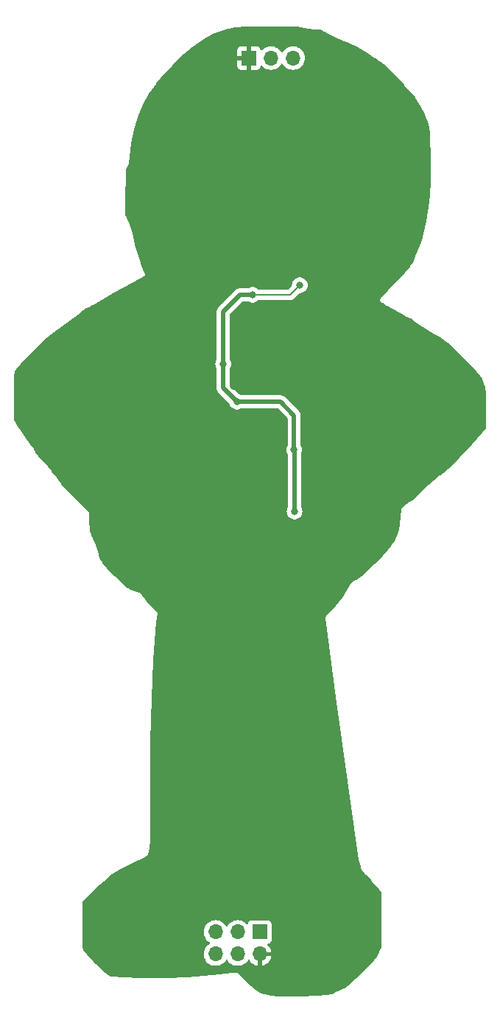
<source format=gbl>
G04 #@! TF.GenerationSoftware,KiCad,Pcbnew,7.0.2*
G04 #@! TF.CreationDate,2023-05-27T23:51:10-07:00*
G04 #@! TF.ProjectId,meeseeks-sao,6d656573-6565-46b7-932d-73616f2e6b69,rev?*
G04 #@! TF.SameCoordinates,Original*
G04 #@! TF.FileFunction,Copper,L2,Bot*
G04 #@! TF.FilePolarity,Positive*
%FSLAX46Y46*%
G04 Gerber Fmt 4.6, Leading zero omitted, Abs format (unit mm)*
G04 Created by KiCad (PCBNEW 7.0.2) date 2023-05-27 23:51:10*
%MOMM*%
%LPD*%
G01*
G04 APERTURE LIST*
G04 #@! TA.AperFunction,ComponentPad*
%ADD10R,1.700000X1.700000*%
G04 #@! TD*
G04 #@! TA.AperFunction,ComponentPad*
%ADD11O,1.700000X1.700000*%
G04 #@! TD*
G04 #@! TA.AperFunction,ViaPad*
%ADD12C,0.800000*%
G04 #@! TD*
G04 #@! TA.AperFunction,Conductor*
%ADD13C,0.200000*%
G04 #@! TD*
G04 #@! TA.AperFunction,Conductor*
%ADD14C,0.500000*%
G04 #@! TD*
G04 APERTURE END LIST*
D10*
X147550000Y-32250000D03*
D11*
X150090000Y-32250000D03*
X152630000Y-32250000D03*
D10*
X148800000Y-132650000D03*
D11*
X148800000Y-135190000D03*
X146260000Y-132650000D03*
X146260000Y-135190000D03*
X143720000Y-132650000D03*
X143720000Y-135190000D03*
D12*
X153400000Y-58350000D03*
X159900499Y-64099501D03*
X159900499Y-62499501D03*
X159900499Y-60949501D03*
X159900499Y-59399501D03*
X148800499Y-67049501D03*
X152755877Y-77254879D03*
X146200499Y-71749501D03*
X144600499Y-67399501D03*
X152800499Y-84350000D03*
X147965999Y-59449501D03*
X158000499Y-71999501D03*
X146200499Y-63249501D03*
X151700499Y-61849501D03*
X145800499Y-69949501D03*
X150950499Y-79749501D03*
X143300499Y-80549501D03*
X144350499Y-80549501D03*
X150900499Y-74799501D03*
X148300499Y-73649501D03*
X144250499Y-71774501D03*
X142700499Y-71749501D03*
D13*
X147965999Y-59449501D02*
X152300499Y-59449501D01*
X152300499Y-59449501D02*
X153400000Y-58350000D01*
D14*
X152755877Y-77254879D02*
X152800499Y-77299501D01*
X152800499Y-77299501D02*
X152800499Y-84350000D01*
X152755877Y-73304879D02*
X152755877Y-77254879D01*
X151200499Y-71749501D02*
X152755877Y-73304879D01*
X146200499Y-71749501D02*
X151200499Y-71749501D01*
X144600499Y-61399501D02*
X146550499Y-59449501D01*
X144600499Y-67399501D02*
X144600499Y-61399501D01*
X146550499Y-59449501D02*
X147965999Y-59449501D01*
X144600499Y-67399501D02*
X144600499Y-70149501D01*
X144600499Y-70149501D02*
X146200499Y-71749501D01*
G04 #@! TA.AperFunction,Conductor*
G36*
X152256649Y-28638716D02*
G01*
X152262667Y-28638908D01*
X153010270Y-28681335D01*
X153018880Y-28682127D01*
X153574598Y-28752983D01*
X154377569Y-28864416D01*
X154382400Y-28865915D01*
X154394001Y-28866902D01*
X154401672Y-28867796D01*
X154416679Y-28870020D01*
X154421993Y-28869491D01*
X155187491Y-28941154D01*
X155845601Y-29015245D01*
X155880900Y-29024635D01*
X156034836Y-29091139D01*
X156061560Y-29106915D01*
X156203047Y-29216437D01*
X156208551Y-29222179D01*
X156212050Y-29224324D01*
X156223027Y-29231892D01*
X156225962Y-29234157D01*
X156233100Y-29237231D01*
X156658909Y-29498379D01*
X156665901Y-29504006D01*
X156679170Y-29510935D01*
X156687701Y-29513410D01*
X157361315Y-29809843D01*
X157363722Y-29811490D01*
X157380842Y-29818493D01*
X157384503Y-29820060D01*
X157402766Y-29828225D01*
X157405650Y-29828800D01*
X157584293Y-29903114D01*
X158757595Y-30391194D01*
X158764207Y-30394174D01*
X158795642Y-30409464D01*
X160044731Y-31017027D01*
X160052009Y-31020873D01*
X161183372Y-31667584D01*
X161192527Y-31673363D01*
X162023081Y-32249999D01*
X162113556Y-32312814D01*
X162113795Y-32313013D01*
X162530856Y-32601061D01*
X162537669Y-32607040D01*
X162547734Y-32612894D01*
X162556252Y-32615831D01*
X162782494Y-32725432D01*
X162805543Y-32739919D01*
X163027969Y-32916545D01*
X163230599Y-33077450D01*
X163238430Y-33084219D01*
X163303101Y-33145030D01*
X164061205Y-33857883D01*
X164064087Y-33860683D01*
X164860172Y-34659411D01*
X164867038Y-34666888D01*
X165220214Y-35084616D01*
X165225555Y-35091399D01*
X165411283Y-35344948D01*
X165414735Y-35351535D01*
X165418621Y-35355887D01*
X165425735Y-35364624D01*
X165428722Y-35368654D01*
X165434264Y-35373281D01*
X165902457Y-35892648D01*
X165905511Y-35896166D01*
X166663627Y-36803486D01*
X166671808Y-36814454D01*
X167294400Y-37753114D01*
X167301758Y-37765772D01*
X167799560Y-38751848D01*
X167805388Y-38765321D01*
X168186795Y-39813257D01*
X168190366Y-39824786D01*
X168302467Y-40260745D01*
X168305720Y-40278910D01*
X168369758Y-40900123D01*
X168370389Y-40910472D01*
X168430775Y-44075087D01*
X168438327Y-46432160D01*
X168438256Y-46436794D01*
X168383899Y-48026230D01*
X168383182Y-48035959D01*
X168232135Y-49368404D01*
X168230990Y-49376254D01*
X167947307Y-50963427D01*
X167946431Y-50967857D01*
X167695115Y-52128255D01*
X167693715Y-52134046D01*
X167420346Y-53156154D01*
X167418171Y-53163394D01*
X167120576Y-54054514D01*
X167117208Y-54063441D01*
X166791686Y-54834939D01*
X166790359Y-54837970D01*
X166512142Y-55451140D01*
X166508533Y-55456949D01*
X166507097Y-55461099D01*
X166503311Y-55470719D01*
X166501031Y-55475870D01*
X166499747Y-55482693D01*
X166393337Y-55796858D01*
X166378064Y-55827340D01*
X166123557Y-56197437D01*
X166113745Y-56209912D01*
X165475082Y-56922863D01*
X165472739Y-56925406D01*
X163551102Y-58953801D01*
X163549074Y-58955394D01*
X163538501Y-58967100D01*
X163538499Y-58967102D01*
X163538443Y-58967164D01*
X163538377Y-58967235D01*
X163538375Y-58967237D01*
X163529109Y-58977205D01*
X163527629Y-58979398D01*
X162736009Y-59875034D01*
X162727810Y-59882790D01*
X162727339Y-59883440D01*
X162722565Y-59893704D01*
X162613591Y-60079563D01*
X162609568Y-60085580D01*
X162609270Y-60087054D01*
X162610667Y-60094174D01*
X162621201Y-60172012D01*
X162621069Y-60174590D01*
X162624300Y-60195221D01*
X162624474Y-60195514D01*
X162641506Y-60208440D01*
X162643686Y-60209471D01*
X162836436Y-60350001D01*
X162891339Y-60390030D01*
X162896715Y-60395258D01*
X162899831Y-60397076D01*
X162911162Y-60404546D01*
X162914772Y-60407220D01*
X162921944Y-60410119D01*
X163408537Y-60698275D01*
X163409688Y-60699168D01*
X163421982Y-60706237D01*
X163421984Y-60706239D01*
X163422024Y-60706262D01*
X163422149Y-60706336D01*
X163422150Y-60706336D01*
X163434537Y-60713669D01*
X163435905Y-60714239D01*
X164959014Y-61589589D01*
X164960926Y-61591281D01*
X164979793Y-61601572D01*
X164982592Y-61603146D01*
X164992339Y-61608795D01*
X164994459Y-61609649D01*
X165620448Y-61954732D01*
X165632206Y-61961214D01*
X165638604Y-61966024D01*
X165640749Y-61966903D01*
X165654215Y-61973395D01*
X165656819Y-61974850D01*
X165664663Y-61976850D01*
X166011822Y-62122123D01*
X166011823Y-62122123D01*
X166011933Y-62122168D01*
X166034230Y-62131499D01*
X166034628Y-62131579D01*
X166111324Y-62163379D01*
X166180072Y-62191884D01*
X166208447Y-62208347D01*
X166414237Y-62367543D01*
X166415920Y-62369437D01*
X166431743Y-62381122D01*
X166433800Y-62382674D01*
X166441983Y-62388984D01*
X166444042Y-62390170D01*
X166944467Y-62758213D01*
X166948208Y-62762006D01*
X166957312Y-62767929D01*
X166963543Y-62772260D01*
X166965662Y-62773831D01*
X166969484Y-62775892D01*
X167845868Y-63350292D01*
X167848255Y-63352585D01*
X167863599Y-63361990D01*
X167867195Y-63364281D01*
X167881274Y-63373591D01*
X167884417Y-63374829D01*
X168796521Y-63937652D01*
X168800410Y-63941141D01*
X168812460Y-63947714D01*
X168818693Y-63951353D01*
X168830315Y-63958599D01*
X168835096Y-63960234D01*
X169475431Y-64315180D01*
X169483231Y-64319887D01*
X169837496Y-64551804D01*
X169847518Y-64559108D01*
X170390577Y-64998185D01*
X170395688Y-65002551D01*
X171480071Y-65981110D01*
X171801419Y-66271097D01*
X171805440Y-66274891D01*
X173135708Y-67587757D01*
X173203372Y-67654536D01*
X173207289Y-67658582D01*
X173275990Y-67732842D01*
X173742550Y-68237159D01*
X173748016Y-68243482D01*
X174088065Y-68664775D01*
X174098683Y-68680179D01*
X174130396Y-68734561D01*
X174368217Y-69142391D01*
X174376210Y-69158752D01*
X174548881Y-69589885D01*
X174552445Y-69600040D01*
X174640641Y-69891198D01*
X174643036Y-69902682D01*
X174649627Y-69912455D01*
X174717582Y-70037773D01*
X174732179Y-70086955D01*
X174786867Y-70767878D01*
X174787252Y-70776032D01*
X174810716Y-72417340D01*
X174810716Y-74685591D01*
X174791031Y-74752630D01*
X174783691Y-74762867D01*
X174355408Y-75300318D01*
X174352194Y-75304188D01*
X173209524Y-76624471D01*
X173206474Y-76627867D01*
X171781276Y-78157026D01*
X171778596Y-78159813D01*
X170525391Y-79423070D01*
X170520991Y-79427292D01*
X170107611Y-79804905D01*
X170093498Y-79816033D01*
X169891571Y-79952744D01*
X169525618Y-80194823D01*
X169519049Y-80198021D01*
X169516457Y-80200151D01*
X169506948Y-80207228D01*
X169503935Y-80209253D01*
X169498959Y-80214683D01*
X168763069Y-80828193D01*
X168760505Y-80829765D01*
X168750184Y-80838881D01*
X168747981Y-80840781D01*
X168737852Y-80849311D01*
X168735860Y-80851677D01*
X167817293Y-81672993D01*
X167815332Y-81674325D01*
X167804925Y-81684050D01*
X167804924Y-81684051D01*
X167804863Y-81684108D01*
X167804789Y-81684175D01*
X167804788Y-81684176D01*
X167793066Y-81694787D01*
X167791514Y-81696764D01*
X166880799Y-82560289D01*
X166344846Y-83053056D01*
X166331884Y-83063459D01*
X166045898Y-83263011D01*
X166030633Y-83272109D01*
X165840310Y-83367780D01*
X165831364Y-83371208D01*
X165825968Y-83374550D01*
X165818913Y-83381070D01*
X165507246Y-83615078D01*
X165502836Y-83617439D01*
X165493950Y-83624885D01*
X165489838Y-83628185D01*
X165480763Y-83635153D01*
X165477643Y-83638738D01*
X165087966Y-83970376D01*
X165084962Y-83972119D01*
X165070703Y-83985017D01*
X165070570Y-83985286D01*
X165068963Y-84005040D01*
X165069379Y-84008253D01*
X165016954Y-84986837D01*
X165016660Y-84991017D01*
X164947912Y-85776430D01*
X164945725Y-85791159D01*
X164804735Y-86460953D01*
X164799916Y-86477820D01*
X164561782Y-87132106D01*
X164556485Y-87144515D01*
X164194907Y-87878158D01*
X164189746Y-87887577D01*
X163932093Y-88312996D01*
X163923271Y-88325700D01*
X163565317Y-88778101D01*
X163558309Y-88786212D01*
X162970523Y-89409806D01*
X162967538Y-89412865D01*
X162024144Y-90347034D01*
X160489531Y-91810218D01*
X160478066Y-91819895D01*
X160113829Y-92091368D01*
X160089871Y-92105354D01*
X159815531Y-92226653D01*
X159806471Y-92230240D01*
X159563635Y-92315513D01*
X159556993Y-92317439D01*
X159551699Y-92321573D01*
X159387274Y-92436777D01*
X159385172Y-92438190D01*
X159383443Y-92440748D01*
X159242794Y-92638204D01*
X159237381Y-92644088D01*
X159237286Y-92644266D01*
X159229340Y-92657166D01*
X159229259Y-92657280D01*
X159226447Y-92664711D01*
X159041552Y-93014833D01*
X159038751Y-93019850D01*
X158569265Y-93817093D01*
X158560587Y-93829924D01*
X158459384Y-93961076D01*
X158455259Y-93965901D01*
X158453250Y-93971889D01*
X158416841Y-94064829D01*
X158407439Y-94083851D01*
X158326389Y-94217632D01*
X158311759Y-94237151D01*
X158286864Y-94264321D01*
X158099484Y-94468822D01*
X158099483Y-94468823D01*
X158099427Y-94468884D01*
X158099353Y-94468966D01*
X158099352Y-94468968D01*
X158099182Y-94469156D01*
X158099180Y-94469158D01*
X158098106Y-94470352D01*
X158088248Y-94481270D01*
X158088135Y-94481437D01*
X157886732Y-94705333D01*
X157877962Y-94713385D01*
X157877906Y-94713462D01*
X157872846Y-94724224D01*
X157789714Y-94865447D01*
X157780982Y-94878351D01*
X157569106Y-95152607D01*
X157560653Y-95162440D01*
X157051622Y-95695452D01*
X157050578Y-95696329D01*
X157042088Y-95705437D01*
X157030895Y-95717227D01*
X157030031Y-95718474D01*
X156785206Y-95983228D01*
X156472354Y-96321544D01*
X156465182Y-96327928D01*
X156461164Y-96333128D01*
X156456843Y-96341731D01*
X156343938Y-96517009D01*
X156343891Y-96517079D01*
X156343890Y-96517080D01*
X156343855Y-96517134D01*
X156343529Y-96518761D01*
X156316587Y-96644489D01*
X156316085Y-96646650D01*
X156316471Y-96649090D01*
X156486473Y-97874906D01*
X157558938Y-105694966D01*
X157558939Y-105694975D01*
X157561647Y-105714714D01*
X157561647Y-105714715D01*
X157562235Y-105718950D01*
X157562236Y-105718955D01*
X159647514Y-120722019D01*
X159647982Y-120723232D01*
X160100529Y-123742382D01*
X160100543Y-123746662D01*
X160102810Y-123758258D01*
X160103582Y-123762624D01*
X160105910Y-123777308D01*
X160107491Y-123781380D01*
X160292136Y-124690009D01*
X160293266Y-124701249D01*
X160293993Y-124703645D01*
X160299252Y-124713623D01*
X160352728Y-124844548D01*
X160361351Y-124879420D01*
X160382635Y-125098053D01*
X160382577Y-125099748D01*
X160384227Y-125114416D01*
X160386269Y-125133907D01*
X160386836Y-125135790D01*
X160406991Y-125300941D01*
X160407280Y-125303855D01*
X160408713Y-125306558D01*
X160498937Y-125487270D01*
X160501623Y-125493450D01*
X160506438Y-125498189D01*
X160860946Y-125886358D01*
X161044703Y-126087562D01*
X161045667Y-126088966D01*
X161056388Y-126100357D01*
X161073447Y-126118909D01*
X161075123Y-126120044D01*
X161603898Y-126675686D01*
X161610712Y-126683473D01*
X161717601Y-126816424D01*
X161970349Y-127130799D01*
X161996398Y-127163795D01*
X162497516Y-127798543D01*
X162500876Y-127804234D01*
X162504486Y-127808079D01*
X162511186Y-127815834D01*
X162516006Y-127821903D01*
X162521576Y-127826196D01*
X162668819Y-127982101D01*
X162778277Y-128097997D01*
X162809997Y-128160251D01*
X162812123Y-128184174D01*
X162785661Y-131350810D01*
X162785662Y-131350810D01*
X162785508Y-131369204D01*
X162759012Y-134539700D01*
X162746593Y-134592762D01*
X162474277Y-135154414D01*
X162469570Y-135163203D01*
X162266879Y-135507657D01*
X162257214Y-135521758D01*
X161941821Y-135919975D01*
X161933475Y-135929474D01*
X160592355Y-137307384D01*
X160588501Y-137311175D01*
X159157231Y-138658841D01*
X159146955Y-138667515D01*
X158714286Y-138994268D01*
X158701158Y-139002933D01*
X158282915Y-139242338D01*
X158274430Y-139246769D01*
X157367759Y-139676578D01*
X157354891Y-139681817D01*
X156965450Y-139815456D01*
X156952186Y-139819197D01*
X156532828Y-139912694D01*
X156516817Y-139915180D01*
X155359721Y-140017978D01*
X155351449Y-140018435D01*
X153441978Y-140060030D01*
X153438542Y-140060057D01*
X150964724Y-140045393D01*
X150955400Y-140044986D01*
X150112442Y-139976375D01*
X150098518Y-139974443D01*
X149435274Y-139843696D01*
X149415196Y-139837945D01*
X149001068Y-139680519D01*
X148867377Y-139629697D01*
X148846998Y-139619729D01*
X148345809Y-139314833D01*
X148331949Y-139305043D01*
X147957160Y-138999801D01*
X147811663Y-138881302D01*
X147805226Y-138875679D01*
X147582881Y-138667515D01*
X147204125Y-138312915D01*
X146176450Y-137320679D01*
X146171186Y-137314065D01*
X146164509Y-137309132D01*
X146156515Y-137309260D01*
X146148343Y-137311610D01*
X145638150Y-137389436D01*
X145633071Y-137390104D01*
X143357676Y-137641561D01*
X143352644Y-137642013D01*
X140405373Y-137846624D01*
X140399984Y-137846881D01*
X138017257Y-137908374D01*
X138014108Y-137908415D01*
X135252889Y-137909532D01*
X135250089Y-137909501D01*
X132880860Y-137856936D01*
X132876736Y-137856776D01*
X132084241Y-137812775D01*
X132074667Y-137811870D01*
X131687714Y-137760086D01*
X131647111Y-137747278D01*
X131437590Y-137638706D01*
X131419129Y-137626966D01*
X131111526Y-137390808D01*
X131093473Y-137376947D01*
X131083964Y-137368854D01*
X129948230Y-136298814D01*
X129943997Y-136294629D01*
X129719174Y-136061404D01*
X128960301Y-135274169D01*
X128954104Y-135267238D01*
X128890092Y-135189999D01*
X142364340Y-135189999D01*
X142384936Y-135425407D01*
X142429709Y-135592501D01*
X142446097Y-135653663D01*
X142545965Y-135867830D01*
X142681505Y-136061401D01*
X142848599Y-136228495D01*
X143042170Y-136364035D01*
X143256337Y-136463903D01*
X143484592Y-136525063D01*
X143720000Y-136545659D01*
X143955408Y-136525063D01*
X144183663Y-136463903D01*
X144397830Y-136364035D01*
X144591401Y-136228495D01*
X144758495Y-136061401D01*
X144888426Y-135875839D01*
X144943002Y-135832216D01*
X145012500Y-135825022D01*
X145074855Y-135856545D01*
X145091571Y-135875837D01*
X145221505Y-136061401D01*
X145388599Y-136228495D01*
X145582170Y-136364035D01*
X145796337Y-136463903D01*
X146008059Y-136520633D01*
X146024592Y-136525063D01*
X146259999Y-136545659D01*
X146259999Y-136545658D01*
X146260000Y-136545659D01*
X146495408Y-136525063D01*
X146723663Y-136463903D01*
X146937830Y-136364035D01*
X147131401Y-136228495D01*
X147298495Y-136061401D01*
X147428732Y-135875403D01*
X147483307Y-135831780D01*
X147552805Y-135824586D01*
X147615160Y-135856109D01*
X147631880Y-135875404D01*
X147761893Y-136061081D01*
X147928918Y-136228106D01*
X148122423Y-136363600D01*
X148336509Y-136463430D01*
X148550000Y-136520634D01*
X148550000Y-135625501D01*
X148657685Y-135674680D01*
X148764237Y-135690000D01*
X148835763Y-135690000D01*
X148942315Y-135674680D01*
X149050000Y-135625501D01*
X149050000Y-136520633D01*
X149263490Y-136463430D01*
X149477576Y-136363600D01*
X149671081Y-136228106D01*
X149838106Y-136061081D01*
X149973600Y-135867576D01*
X150073430Y-135653492D01*
X150130636Y-135440000D01*
X149233686Y-135440000D01*
X149259493Y-135399844D01*
X149300000Y-135261889D01*
X149300000Y-135118111D01*
X149259493Y-134980156D01*
X149233686Y-134940000D01*
X150130636Y-134940000D01*
X150130635Y-134939999D01*
X150073430Y-134726507D01*
X149973599Y-134512421D01*
X149838109Y-134318921D01*
X149716053Y-134196865D01*
X149682568Y-134135542D01*
X149687552Y-134065850D01*
X149729424Y-134009917D01*
X149760397Y-133993004D01*
X149892331Y-133943796D01*
X150007546Y-133857546D01*
X150093796Y-133742331D01*
X150144091Y-133607483D01*
X150150500Y-133547873D01*
X150150499Y-131752128D01*
X150144091Y-131692517D01*
X150093796Y-131557669D01*
X150007546Y-131442454D01*
X149892331Y-131356204D01*
X149757483Y-131305909D01*
X149697873Y-131299500D01*
X149694550Y-131299500D01*
X147905439Y-131299500D01*
X147905420Y-131299500D01*
X147902128Y-131299501D01*
X147898848Y-131299853D01*
X147898840Y-131299854D01*
X147842515Y-131305909D01*
X147707669Y-131356204D01*
X147592454Y-131442454D01*
X147506204Y-131557669D01*
X147457189Y-131689083D01*
X147415317Y-131745016D01*
X147349852Y-131769433D01*
X147281580Y-131754581D01*
X147253326Y-131733430D01*
X147131404Y-131611508D01*
X147131401Y-131611505D01*
X146937830Y-131475965D01*
X146723663Y-131376097D01*
X146662502Y-131359709D01*
X146495407Y-131314936D01*
X146259999Y-131294340D01*
X146024592Y-131314936D01*
X145796336Y-131376097D01*
X145582170Y-131475965D01*
X145388598Y-131611505D01*
X145221505Y-131778598D01*
X145091575Y-131964159D01*
X145036998Y-132007784D01*
X144967500Y-132014978D01*
X144905145Y-131983455D01*
X144888425Y-131964159D01*
X144772741Y-131798945D01*
X144758495Y-131778599D01*
X144591401Y-131611505D01*
X144397830Y-131475965D01*
X144183663Y-131376097D01*
X144122502Y-131359709D01*
X143955407Y-131314936D01*
X143720000Y-131294340D01*
X143484592Y-131314936D01*
X143256336Y-131376097D01*
X143042170Y-131475965D01*
X142848598Y-131611505D01*
X142681505Y-131778598D01*
X142545965Y-131972170D01*
X142446097Y-132186336D01*
X142384936Y-132414592D01*
X142364340Y-132650000D01*
X142384936Y-132885407D01*
X142429709Y-133052502D01*
X142446097Y-133113663D01*
X142545965Y-133327830D01*
X142681505Y-133521401D01*
X142848599Y-133688495D01*
X143034160Y-133818426D01*
X143077783Y-133873002D01*
X143084976Y-133942501D01*
X143053454Y-134004855D01*
X143034159Y-134021575D01*
X142848595Y-134151508D01*
X142681505Y-134318598D01*
X142545965Y-134512170D01*
X142446097Y-134726336D01*
X142384936Y-134954592D01*
X142364340Y-135189999D01*
X128890092Y-135189999D01*
X128864785Y-135159462D01*
X128506912Y-134727635D01*
X128480096Y-134669021D01*
X128467307Y-134592762D01*
X128441616Y-134439575D01*
X128440063Y-134425220D01*
X128412994Y-133878623D01*
X128412843Y-133872476D01*
X128413961Y-131798945D01*
X128440327Y-129197445D01*
X128460690Y-129130613D01*
X128476635Y-129111030D01*
X129605564Y-127982101D01*
X130447338Y-127163768D01*
X130452996Y-127158602D01*
X130849930Y-126818215D01*
X130852129Y-126816374D01*
X131487324Y-126297484D01*
X131845560Y-126007960D01*
X131990211Y-125891054D01*
X132002357Y-125882393D01*
X132649903Y-125477095D01*
X132658907Y-125471971D01*
X133487682Y-125045375D01*
X133493739Y-125042464D01*
X134533676Y-124577214D01*
X135274758Y-124252956D01*
X135282728Y-124250940D01*
X135287377Y-124248284D01*
X135300445Y-124241803D01*
X135305620Y-124239605D01*
X135312047Y-124234470D01*
X135715925Y-124009901D01*
X135721218Y-124007277D01*
X135724953Y-124002942D01*
X135938269Y-123776395D01*
X135940244Y-123774389D01*
X135941239Y-123771910D01*
X135953795Y-123742382D01*
X136070673Y-123467525D01*
X136076274Y-123457149D01*
X136077364Y-123445405D01*
X136152118Y-123045887D01*
X136155240Y-123036600D01*
X136156824Y-123022760D01*
X136156020Y-123012972D01*
X136197941Y-122053809D01*
X136198458Y-122050090D01*
X136198458Y-122044778D01*
X136198580Y-122039275D01*
X136199239Y-122024437D01*
X136198466Y-122020050D01*
X136200698Y-116467517D01*
X136221973Y-110687013D01*
X136222007Y-110684567D01*
X136337304Y-105827368D01*
X136337434Y-105823921D01*
X136563503Y-101442835D01*
X136563744Y-101439211D01*
X136917539Y-97085771D01*
X136960380Y-96646650D01*
X137023161Y-96003138D01*
X137025002Y-95996034D01*
X137025113Y-95983382D01*
X137017827Y-95974438D01*
X137011797Y-95969922D01*
X136336938Y-95286298D01*
X136333082Y-95282210D01*
X135859431Y-94756787D01*
X135848358Y-94742544D01*
X135823551Y-94705333D01*
X135656542Y-94454820D01*
X135651805Y-94447119D01*
X135548391Y-94264318D01*
X135543862Y-94254428D01*
X135535929Y-94246962D01*
X135286285Y-93967825D01*
X135279569Y-93958532D01*
X135277565Y-93956677D01*
X135267813Y-93950654D01*
X134898356Y-93669009D01*
X134891470Y-93662919D01*
X134882813Y-93659942D01*
X134716165Y-93588912D01*
X134706192Y-93583363D01*
X134703074Y-93582351D01*
X134691733Y-93580953D01*
X134501997Y-93537802D01*
X134499159Y-93537156D01*
X134496475Y-93536515D01*
X134084518Y-93433124D01*
X134052815Y-93420306D01*
X133641007Y-93183119D01*
X133622301Y-93169904D01*
X133039347Y-92671347D01*
X133033487Y-92666001D01*
X132132469Y-91789687D01*
X131228934Y-90878905D01*
X131221326Y-90870499D01*
X130705106Y-90244936D01*
X130693827Y-90228817D01*
X130534936Y-89958320D01*
X130527966Y-89944560D01*
X130479293Y-89831534D01*
X130404258Y-89657288D01*
X130399084Y-89642883D01*
X130185910Y-88909814D01*
X130185560Y-88906000D01*
X130179851Y-88888698D01*
X130178565Y-88884561D01*
X130174889Y-88871960D01*
X130173245Y-88868721D01*
X130145957Y-88786212D01*
X129948013Y-88187711D01*
X129946848Y-88180471D01*
X129943899Y-88173688D01*
X129939980Y-88163458D01*
X129937716Y-88156668D01*
X129933725Y-88150465D01*
X129628300Y-87454656D01*
X129627173Y-87451259D01*
X129624723Y-87446244D01*
X129622567Y-87441589D01*
X129616900Y-87428662D01*
X129614467Y-87425253D01*
X129474575Y-87138939D01*
X129414360Y-87015698D01*
X129408013Y-87000100D01*
X129301524Y-86677205D01*
X129296208Y-86653457D01*
X129247494Y-86255822D01*
X129246677Y-86245775D01*
X129220417Y-85598160D01*
X129200764Y-84988911D01*
X129184691Y-84490658D01*
X129184649Y-84487064D01*
X129184558Y-84486852D01*
X129182039Y-84484396D01*
X127580507Y-82864971D01*
X125983338Y-81187496D01*
X125971036Y-81172350D01*
X125838873Y-80980549D01*
X125653690Y-80711802D01*
X125650862Y-80705748D01*
X125645039Y-80698555D01*
X125638965Y-80690388D01*
X125635081Y-80684692D01*
X125630362Y-80680311D01*
X125256391Y-80214683D01*
X124878334Y-79743968D01*
X124876950Y-79741429D01*
X124865406Y-79727803D01*
X124863322Y-79725277D01*
X124855085Y-79715016D01*
X124852992Y-79713151D01*
X123998788Y-78704960D01*
X123996722Y-78701400D01*
X123985955Y-78689668D01*
X123982831Y-78686132D01*
X123973934Y-78675664D01*
X123970778Y-78673180D01*
X123342137Y-77990405D01*
X123229796Y-77864297D01*
X123124145Y-77745700D01*
X123106515Y-77720028D01*
X123102333Y-77711912D01*
X123024108Y-77560118D01*
X123016620Y-77542295D01*
X122969891Y-77401114D01*
X122967630Y-77392131D01*
X122962094Y-77384676D01*
X122852105Y-77211418D01*
X122849712Y-77205631D01*
X122842932Y-77196421D01*
X122838108Y-77189370D01*
X122832997Y-77181320D01*
X122828647Y-77177034D01*
X122423209Y-76626932D01*
X121633970Y-75556085D01*
X121629891Y-75550202D01*
X121468854Y-75302994D01*
X120916068Y-74454412D01*
X120911949Y-74447622D01*
X120727275Y-74119824D01*
X120571515Y-73843348D01*
X120555550Y-73782484D01*
X120555550Y-71127000D01*
X120560497Y-70686652D01*
X120582332Y-68743223D01*
X120583731Y-68726000D01*
X120643742Y-68331191D01*
X120653076Y-68299345D01*
X120765020Y-68048230D01*
X120778596Y-68024964D01*
X120991038Y-67737908D01*
X120997885Y-67729461D01*
X121290367Y-67399501D01*
X143695039Y-67399501D01*
X143714825Y-67587758D01*
X143773319Y-67767785D01*
X143833386Y-67871822D01*
X143849999Y-67933822D01*
X143849999Y-70085795D01*
X143848690Y-70103765D01*
X143845210Y-70127524D01*
X143849527Y-70176869D01*
X143849999Y-70187676D01*
X143849999Y-70193210D01*
X143850415Y-70196773D01*
X143850416Y-70196783D01*
X143853597Y-70223997D01*
X143853963Y-70227583D01*
X143860608Y-70303542D01*
X143864828Y-70322572D01*
X143865257Y-70323752D01*
X143865258Y-70323756D01*
X143890912Y-70394243D01*
X143892081Y-70397608D01*
X143916079Y-70470025D01*
X143924574Y-70487573D01*
X143966478Y-70551285D01*
X143968388Y-70554283D01*
X144007787Y-70618157D01*
X144008451Y-70619233D01*
X144020752Y-70634331D01*
X144021667Y-70635194D01*
X144021669Y-70635197D01*
X144076208Y-70686652D01*
X144078795Y-70689165D01*
X145287727Y-71898096D01*
X145317977Y-71947459D01*
X145373319Y-72117785D01*
X145467965Y-72281717D01*
X145594628Y-72422390D01*
X145747768Y-72533652D01*
X145920696Y-72610645D01*
X146105851Y-72650001D01*
X146105853Y-72650001D01*
X146295147Y-72650001D01*
X146418583Y-72623763D01*
X146480302Y-72610645D01*
X146653229Y-72533652D01*
X146666948Y-72523684D01*
X146732755Y-72500203D01*
X146739836Y-72500001D01*
X150838269Y-72500001D01*
X150905308Y-72519686D01*
X150925950Y-72536320D01*
X151969058Y-73579427D01*
X152002543Y-73640750D01*
X152005377Y-73667108D01*
X152005377Y-76720556D01*
X151988764Y-76782556D01*
X151928697Y-76886594D01*
X151870203Y-77066621D01*
X151850417Y-77254878D01*
X151870203Y-77443136D01*
X151928697Y-77623163D01*
X152029860Y-77798382D01*
X152027097Y-77799976D01*
X152048376Y-77844301D01*
X152049999Y-77864297D01*
X152049999Y-83815677D01*
X152033386Y-83877677D01*
X151973319Y-83981715D01*
X151914825Y-84161742D01*
X151895039Y-84349999D01*
X151914825Y-84538257D01*
X151973319Y-84718284D01*
X152067965Y-84882216D01*
X152194628Y-85022889D01*
X152347768Y-85134151D01*
X152520696Y-85211144D01*
X152705851Y-85250500D01*
X152705853Y-85250500D01*
X152895147Y-85250500D01*
X153018582Y-85224262D01*
X153080302Y-85211144D01*
X153253229Y-85134151D01*
X153406370Y-85022888D01*
X153533032Y-84882216D01*
X153627678Y-84718284D01*
X153686173Y-84538256D01*
X153705959Y-84350000D01*
X153686173Y-84161744D01*
X153655831Y-84068363D01*
X153627678Y-83981715D01*
X153567612Y-83877677D01*
X153550999Y-83815677D01*
X153550999Y-77711912D01*
X153567612Y-77649911D01*
X153583056Y-77623163D01*
X153641551Y-77443135D01*
X153661337Y-77254879D01*
X153641551Y-77066623D01*
X153583056Y-76886595D01*
X153583056Y-76886594D01*
X153522990Y-76782556D01*
X153506377Y-76720556D01*
X153506377Y-73368584D01*
X153507686Y-73350614D01*
X153507838Y-73349570D01*
X153511166Y-73326856D01*
X153506849Y-73277508D01*
X153506377Y-73266702D01*
X153506377Y-73264780D01*
X153506377Y-73261170D01*
X153502780Y-73230399D01*
X153502413Y-73226808D01*
X153495766Y-73150828D01*
X153491549Y-73131809D01*
X153465469Y-73060153D01*
X153464285Y-73056747D01*
X153440691Y-72985545D01*
X153440689Y-72985542D01*
X153440292Y-72984343D01*
X153431806Y-72966815D01*
X153431114Y-72965763D01*
X153431114Y-72965762D01*
X153389878Y-72903067D01*
X153387963Y-72900060D01*
X153347925Y-72835148D01*
X153335625Y-72820049D01*
X153280150Y-72767711D01*
X153277563Y-72765198D01*
X151776227Y-71263861D01*
X151764445Y-71250228D01*
X151750108Y-71230970D01*
X151712165Y-71199132D01*
X151704190Y-71191824D01*
X151702828Y-71190462D01*
X151700276Y-71187910D01*
X151675943Y-71168670D01*
X151673146Y-71166391D01*
X151614750Y-71117391D01*
X151598320Y-71106923D01*
X151529190Y-71074687D01*
X151525946Y-71073116D01*
X151457805Y-71038895D01*
X151439402Y-71032498D01*
X151364710Y-71017075D01*
X151361191Y-71016295D01*
X151286989Y-70998709D01*
X151267620Y-70996730D01*
X151191368Y-70998949D01*
X151187762Y-70999001D01*
X146739836Y-70999001D01*
X146672797Y-70979316D01*
X146666949Y-70975318D01*
X146653227Y-70965348D01*
X146480302Y-70888356D01*
X146415168Y-70874512D01*
X146353686Y-70841320D01*
X146353268Y-70840903D01*
X145387318Y-69874952D01*
X145353833Y-69813629D01*
X145350999Y-69787271D01*
X145350999Y-67933822D01*
X145367612Y-67871822D01*
X145427678Y-67767785D01*
X145463159Y-67658585D01*
X145486173Y-67587757D01*
X145505959Y-67399501D01*
X145486173Y-67211245D01*
X145427678Y-67031217D01*
X145427678Y-67031216D01*
X145367612Y-66927178D01*
X145350999Y-66865178D01*
X145350999Y-61761730D01*
X145370684Y-61694691D01*
X145387318Y-61674049D01*
X146825047Y-60236320D01*
X146886370Y-60202835D01*
X146912728Y-60200001D01*
X147426662Y-60200001D01*
X147493701Y-60219686D01*
X147499549Y-60223684D01*
X147513270Y-60233653D01*
X147686196Y-60310645D01*
X147871351Y-60350001D01*
X147871353Y-60350001D01*
X148060647Y-60350001D01*
X148184082Y-60323763D01*
X148245802Y-60310645D01*
X148418729Y-60233652D01*
X148571870Y-60122389D01*
X148571869Y-60122389D01*
X148600109Y-60091028D01*
X148659596Y-60054380D01*
X148692258Y-60050001D01*
X152253012Y-60050001D01*
X152269196Y-60051061D01*
X152300499Y-60055183D01*
X152457261Y-60034545D01*
X152603340Y-59974037D01*
X152611167Y-59968031D01*
X152728781Y-59877783D01*
X152748008Y-59852724D01*
X152758689Y-59840544D01*
X153312415Y-59286819D01*
X153373739Y-59253334D01*
X153400097Y-59250500D01*
X153494648Y-59250500D01*
X153618084Y-59224262D01*
X153679803Y-59211144D01*
X153852730Y-59134151D01*
X154005871Y-59022888D01*
X154132533Y-58882216D01*
X154227179Y-58718284D01*
X154285674Y-58538256D01*
X154305460Y-58350000D01*
X154285674Y-58161744D01*
X154227179Y-57981716D01*
X154227179Y-57981715D01*
X154132533Y-57817783D01*
X154005870Y-57677110D01*
X153852730Y-57565848D01*
X153679802Y-57488855D01*
X153494648Y-57449500D01*
X153494646Y-57449500D01*
X153305354Y-57449500D01*
X153305352Y-57449500D01*
X153120197Y-57488855D01*
X152947269Y-57565848D01*
X152794129Y-57677110D01*
X152667466Y-57817783D01*
X152572820Y-57981715D01*
X152514326Y-58161742D01*
X152493178Y-58362961D01*
X152489944Y-58362621D01*
X152481132Y-58410792D01*
X152458065Y-58442698D01*
X152088083Y-58812682D01*
X152026760Y-58846167D01*
X152000402Y-58849001D01*
X148692258Y-58849001D01*
X148625219Y-58829316D01*
X148600109Y-58807974D01*
X148571870Y-58776612D01*
X148418729Y-58665349D01*
X148245801Y-58588356D01*
X148060647Y-58549001D01*
X148060645Y-58549001D01*
X147871353Y-58549001D01*
X147871351Y-58549001D01*
X147686196Y-58588356D01*
X147513270Y-58665348D01*
X147499549Y-58675318D01*
X147433743Y-58698799D01*
X147426662Y-58699001D01*
X146614205Y-58699001D01*
X146596235Y-58697692D01*
X146582352Y-58695658D01*
X146572476Y-58694212D01*
X146572475Y-58694212D01*
X146523133Y-58698529D01*
X146512326Y-58699001D01*
X146506790Y-58699001D01*
X146503229Y-58699417D01*
X146503214Y-58699418D01*
X146475983Y-58702601D01*
X146472399Y-58702967D01*
X146396449Y-58709612D01*
X146377421Y-58713830D01*
X146305769Y-58739908D01*
X146302368Y-58741090D01*
X146229979Y-58765079D01*
X146212426Y-58773577D01*
X146148735Y-58815466D01*
X146145697Y-58817402D01*
X146080776Y-58857448D01*
X146065662Y-58869759D01*
X146013330Y-58925227D01*
X146010818Y-58927813D01*
X144114857Y-60823773D01*
X144101226Y-60835554D01*
X144081967Y-60849892D01*
X144050134Y-60887829D01*
X144042837Y-60895793D01*
X144041471Y-60897158D01*
X144041449Y-60897182D01*
X144038908Y-60899724D01*
X144036672Y-60902551D01*
X144036670Y-60902554D01*
X144019675Y-60924047D01*
X144017401Y-60926838D01*
X143968393Y-60985245D01*
X143957917Y-61001688D01*
X143925691Y-61070795D01*
X143924121Y-61074037D01*
X143889892Y-61142193D01*
X143883495Y-61160599D01*
X143868072Y-61235289D01*
X143867292Y-61238806D01*
X143849707Y-61313007D01*
X143847728Y-61332380D01*
X143849947Y-61408630D01*
X143849999Y-61412236D01*
X143849999Y-66865178D01*
X143833386Y-66927178D01*
X143773319Y-67031216D01*
X143714825Y-67211243D01*
X143695039Y-67399501D01*
X121290367Y-67399501D01*
X121418151Y-67255343D01*
X121421904Y-67251297D01*
X122651802Y-65983280D01*
X122654830Y-65980267D01*
X124020350Y-64668772D01*
X124025154Y-64664396D01*
X125076106Y-63756582D01*
X125085089Y-63749520D01*
X127911301Y-61732060D01*
X127917892Y-61728969D01*
X127925280Y-61722701D01*
X127934842Y-61715356D01*
X127941597Y-61710671D01*
X127946283Y-61705215D01*
X128501605Y-61245339D01*
X128505196Y-61242479D01*
X128623406Y-61151812D01*
X128838062Y-60987171D01*
X128862440Y-60972577D01*
X129089444Y-60869960D01*
X129100003Y-60865759D01*
X129352471Y-60778486D01*
X129363836Y-60776043D01*
X129370358Y-60773202D01*
X129379934Y-60766506D01*
X129781311Y-60551593D01*
X129785147Y-60550059D01*
X129790536Y-60546842D01*
X129796757Y-60543365D01*
X129812272Y-60535270D01*
X129815649Y-60532274D01*
X131901596Y-59327009D01*
X131903783Y-59325777D01*
X134220208Y-58053925D01*
X134220207Y-58053925D01*
X134235968Y-58045272D01*
X134236451Y-58044899D01*
X135588618Y-57293696D01*
X135591151Y-57292363D01*
X135591334Y-57292151D01*
X135591408Y-57291893D01*
X135591135Y-57289124D01*
X135577442Y-57110058D01*
X135577382Y-57101547D01*
X135574172Y-57093983D01*
X135452653Y-56749505D01*
X135451987Y-56746609D01*
X135448595Y-56737838D01*
X135447361Y-56734507D01*
X135440314Y-56714609D01*
X135438459Y-56711767D01*
X135108861Y-55864252D01*
X135106506Y-55857651D01*
X134982370Y-55475870D01*
X134748657Y-54757083D01*
X134747241Y-54752412D01*
X134551784Y-54059302D01*
X134434475Y-53643310D01*
X134432893Y-53637090D01*
X134229306Y-52739715D01*
X134092807Y-52134046D01*
X134027747Y-51845366D01*
X134026830Y-51836061D01*
X134023154Y-51824094D01*
X134018652Y-51815842D01*
X133726002Y-51074029D01*
X133724535Y-51067286D01*
X133720912Y-51059932D01*
X133716601Y-51050137D01*
X133714113Y-51043752D01*
X133710304Y-51038224D01*
X133675055Y-50965919D01*
X133381668Y-50364097D01*
X133369129Y-50309760D01*
X133369129Y-47677228D01*
X133384035Y-46434596D01*
X133397025Y-45351688D01*
X133398442Y-45334436D01*
X133452759Y-44979627D01*
X133466484Y-44938997D01*
X133565373Y-44757806D01*
X133567044Y-44754844D01*
X133657817Y-44599196D01*
X133664283Y-44590068D01*
X133666684Y-44579134D01*
X133728137Y-44383241D01*
X133733388Y-44371082D01*
X133733477Y-44357836D01*
X133817165Y-43609059D01*
X133817164Y-43609058D01*
X133999762Y-42021755D01*
X134001610Y-42010381D01*
X134234327Y-40905307D01*
X134321052Y-40493483D01*
X134324102Y-40481842D01*
X134781762Y-39027197D01*
X134786023Y-39015685D01*
X135382797Y-37620345D01*
X135388158Y-37609348D01*
X136064186Y-36380817D01*
X136070668Y-36370314D01*
X136396914Y-35896166D01*
X136872662Y-35204739D01*
X136879716Y-35195457D01*
X137868358Y-34014484D01*
X137874424Y-34007755D01*
X138711879Y-33144518D01*
X146200000Y-33144518D01*
X146200354Y-33151132D01*
X146206400Y-33207371D01*
X146256647Y-33342089D01*
X146342811Y-33457188D01*
X146457910Y-33543352D01*
X146592628Y-33593599D01*
X146648867Y-33599645D01*
X146655482Y-33600000D01*
X147300000Y-33600000D01*
X147300000Y-32685501D01*
X147407685Y-32734680D01*
X147514237Y-32750000D01*
X147585763Y-32750000D01*
X147692315Y-32734680D01*
X147800000Y-32685501D01*
X147800000Y-33600000D01*
X148444518Y-33600000D01*
X148451132Y-33599645D01*
X148507371Y-33593599D01*
X148642089Y-33543352D01*
X148757188Y-33457188D01*
X148843352Y-33342089D01*
X148892422Y-33210528D01*
X148934294Y-33154595D01*
X148999758Y-33130178D01*
X149068031Y-33145030D01*
X149096285Y-33166181D01*
X149218599Y-33288495D01*
X149412170Y-33424035D01*
X149626337Y-33523903D01*
X149854592Y-33585063D01*
X150090000Y-33605659D01*
X150325408Y-33585063D01*
X150553663Y-33523903D01*
X150767830Y-33424035D01*
X150961401Y-33288495D01*
X151128495Y-33121401D01*
X151258426Y-32935839D01*
X151313002Y-32892216D01*
X151382500Y-32885022D01*
X151444855Y-32916545D01*
X151461571Y-32935837D01*
X151591505Y-33121401D01*
X151758599Y-33288495D01*
X151952170Y-33424035D01*
X152166337Y-33523903D01*
X152394592Y-33585063D01*
X152630000Y-33605659D01*
X152865408Y-33585063D01*
X153093663Y-33523903D01*
X153307830Y-33424035D01*
X153501401Y-33288495D01*
X153668495Y-33121401D01*
X153804035Y-32927830D01*
X153903903Y-32713663D01*
X153965063Y-32485408D01*
X153985659Y-32250000D01*
X153965063Y-32014592D01*
X153903903Y-31786337D01*
X153804035Y-31572171D01*
X153668495Y-31378599D01*
X153501401Y-31211505D01*
X153307830Y-31075965D01*
X153093663Y-30976097D01*
X153021074Y-30956647D01*
X152865407Y-30914936D01*
X152629999Y-30894340D01*
X152394592Y-30914936D01*
X152166336Y-30976097D01*
X151952170Y-31075965D01*
X151758598Y-31211505D01*
X151591505Y-31378598D01*
X151461575Y-31564159D01*
X151406998Y-31607784D01*
X151337500Y-31614978D01*
X151275145Y-31583455D01*
X151258425Y-31564159D01*
X151128494Y-31378598D01*
X150961404Y-31211508D01*
X150961401Y-31211505D01*
X150767830Y-31075965D01*
X150553663Y-30976097D01*
X150481074Y-30956647D01*
X150325407Y-30914936D01*
X150090000Y-30894340D01*
X149854592Y-30914936D01*
X149626336Y-30976097D01*
X149412170Y-31075965D01*
X149218601Y-31211503D01*
X149096285Y-31333819D01*
X149034962Y-31367303D01*
X148965270Y-31362319D01*
X148909337Y-31320447D01*
X148892422Y-31289471D01*
X148843352Y-31157911D01*
X148757188Y-31042811D01*
X148642089Y-30956647D01*
X148507371Y-30906400D01*
X148451132Y-30900354D01*
X148444518Y-30900000D01*
X147800000Y-30900000D01*
X147800000Y-31814498D01*
X147692315Y-31765320D01*
X147585763Y-31750000D01*
X147514237Y-31750000D01*
X147407685Y-31765320D01*
X147300000Y-31814498D01*
X147300000Y-30900000D01*
X146655482Y-30900000D01*
X146648867Y-30900354D01*
X146592628Y-30906400D01*
X146457910Y-30956647D01*
X146342811Y-31042811D01*
X146256647Y-31157910D01*
X146206400Y-31292628D01*
X146200354Y-31348867D01*
X146200000Y-31355481D01*
X146200000Y-32000000D01*
X147116314Y-32000000D01*
X147090507Y-32040156D01*
X147050000Y-32178111D01*
X147050000Y-32321889D01*
X147090507Y-32459844D01*
X147116314Y-32500000D01*
X146200000Y-32500000D01*
X146200000Y-33144518D01*
X138711879Y-33144518D01*
X139110711Y-32733407D01*
X139114793Y-32729391D01*
X140107074Y-31798302D01*
X140111550Y-31794303D01*
X141007026Y-31032573D01*
X141013268Y-31027603D01*
X141843118Y-30409448D01*
X141851097Y-30403978D01*
X142646904Y-29903104D01*
X142657410Y-29897186D01*
X143414756Y-29518029D01*
X143424147Y-29513808D01*
X144324772Y-29153280D01*
X144332681Y-29150423D01*
X145220674Y-28863427D01*
X145231944Y-28860363D01*
X145942884Y-28702648D01*
X145971906Y-28699974D01*
X145979485Y-28698377D01*
X147226762Y-28648882D01*
X147229938Y-28648798D01*
X149586082Y-28618591D01*
X149588456Y-28618586D01*
X152256649Y-28638716D01*
G37*
G04 #@! TD.AperFunction*
M02*

</source>
